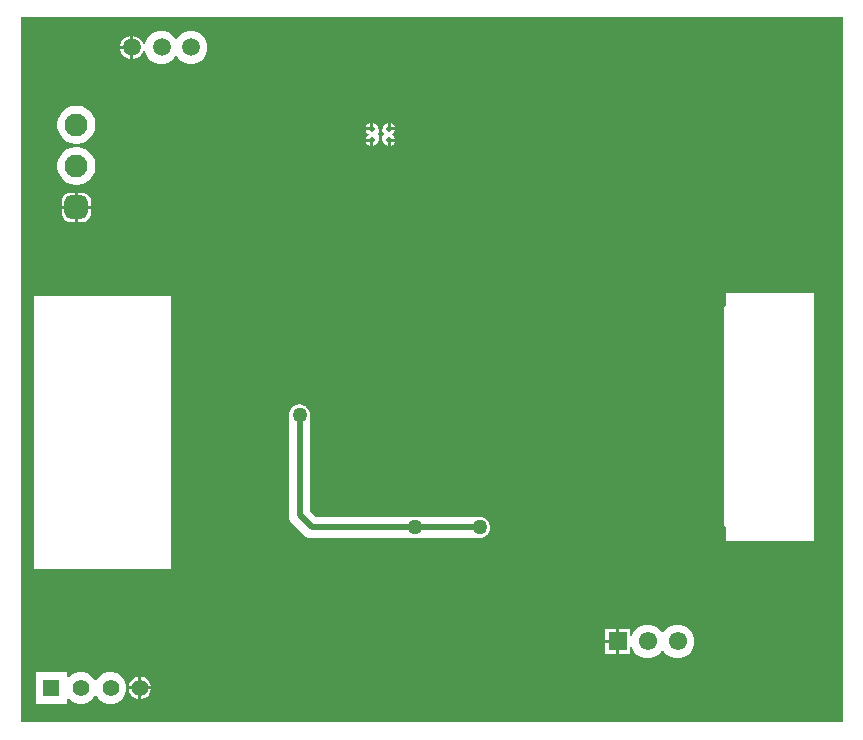
<source format=gbl>
%FSTAX23Y23*%
%MOIN*%
%SFA1B1*%

%IPPOS*%
%AMD61*
4,1,8,-0.038400,0.019200,-0.038400,-0.019200,-0.019200,-0.038400,0.019200,-0.038400,0.038400,-0.019200,0.038400,0.019200,0.019200,0.038400,-0.019200,0.038400,-0.038400,0.019200,0.0*
1,1,0.038380,-0.019200,0.019200*
1,1,0.038380,-0.019200,-0.019200*
1,1,0.038380,0.019200,-0.019200*
1,1,0.038380,0.019200,0.019200*
%
%ADD45C,0.055120*%
%ADD46R,0.055120X0.055120*%
%ADD48R,0.061020X0.061020*%
%ADD49C,0.061020*%
%ADD58C,0.020000*%
%ADD59C,0.059060*%
%ADD60C,0.076770*%
G04~CAMADD=61~8~0.0~0.0~767.7~767.7~191.9~0.0~15~0.0~0.0~0.0~0.0~0~0.0~0.0~0.0~0.0~0~0.0~0.0~0.0~90.0~768.0~768.0*
%ADD61D61*%
%ADD62C,0.050000*%
%ADD63C,0.019680*%
%ADD64C,0.020000*%
%LNmblps_transreceiver_pcb_2-1*%
%LPD*%
G36*
X0274Y0D02*
X0D01*
Y0235*
X0274*
Y0*
G37*
%LNmblps_transreceiver_pcb_2-2*%
%LPC*%
G36*
X00575Y02304D02*
X00561D01*
X00547Y023*
X00534Y02293*
X00524Y02283*
X00521Y02278*
X00516*
X00513Y02283*
X00503Y02293*
X00491Y023*
X00477Y02304*
X00462*
X00448Y023*
X00436Y02293*
X00426Y02283*
X00419Y02271*
X00416Y02262*
X0041Y02258*
X0041Y02259*
X00408Y02265*
X00403Y02274*
X00395Y02281*
X00386Y02286*
X00376Y02289*
X00376*
Y0225*
Y0221*
X00376*
X00386Y02213*
X00395Y02218*
X00403Y02225*
X00408Y02234*
X0041Y0224*
X0041Y02241*
X00416Y02237*
X00419Y02228*
X00426Y02216*
X00436Y02206*
X00448Y02199*
X00462Y02195*
X00477*
X00491Y02199*
X00503Y02206*
X00513Y02216*
X00516Y02221*
X00521*
X00524Y02216*
X00534Y02206*
X00547Y02199*
X00561Y02195*
X00575*
X00589Y02199*
X00601Y02206*
X00612Y02216*
X00619Y02228*
X00622Y02242*
Y02257*
X00619Y02271*
X00612Y02283*
X00601Y02293*
X00589Y023*
X00575Y02304*
G37*
G36*
X00366Y02289D02*
X00366D01*
X00356Y02286*
X00347Y02281*
X00339Y02274*
X00334Y02265*
X00332Y02255*
Y02255*
X00366*
Y02289*
G37*
G36*
Y02245D02*
X00332D01*
Y02244*
X00334Y02234*
X00339Y02225*
X00347Y02218*
X00356Y02213*
X00366Y0221*
X00366*
Y02245*
G37*
G36*
X01234Y01999D02*
Y01984D01*
X01248*
X01246Y0199*
X0124Y01996*
X01234Y01999*
G37*
G36*
X01165D02*
X01159Y01996D01*
X01153Y0199*
X01151Y01984*
X01165*
Y01999*
G37*
G36*
X01224D02*
X01218Y01996D01*
X01212Y0199*
X01209Y01983*
Y01982*
X01205Y01979*
X01205Y01979*
Y0196*
Y0194*
X01205Y0194*
X01209Y01937*
Y01936*
X01212Y01929*
X01218Y01923*
X01224Y0192*
Y0194*
X01229*
Y01945*
X01248*
X01246Y01951*
X0124Y01957*
X01239Y01957*
Y01962*
X0124Y01962*
X01246Y01968*
X01248Y01974*
X01229*
Y01979*
X01224*
Y01999*
G37*
G36*
X01175D02*
Y01979D01*
X0117*
Y01974*
X01151*
X01153Y01968*
X01159Y01962*
X0116Y01962*
Y01957*
X01159Y01957*
X01153Y01951*
X01151Y01945*
X0117*
Y0194*
X01175*
Y0192*
X01181Y01923*
X01187Y01929*
X0119Y01936*
Y01937*
X01194Y0194*
X01195Y0194*
Y0196*
Y01979*
X01194Y01979*
X0119Y01982*
Y01983*
X01187Y0199*
X01181Y01996*
X01175Y01999*
G37*
G36*
X00192Y02056D02*
X0018D01*
X00168Y02053*
X00156Y02048*
X00146Y02042*
X00137Y02033*
X0013Y02022*
X00125Y02011*
X00123Y01999*
Y01986*
X00125Y01974*
X0013Y01962*
X00137Y01952*
X00146Y01943*
X00156Y01936*
X00168Y01931*
X0018Y01929*
X00192*
X00204Y01931*
X00216Y01936*
X00226Y01943*
X00235Y01952*
X00242Y01962*
X00247Y01974*
X00249Y01986*
Y01999*
X00247Y02011*
X00242Y02022*
X00235Y02033*
X00226Y02042*
X00216Y02048*
X00204Y02053*
X00192Y02056*
G37*
G36*
X01248Y01935D02*
X01234D01*
Y0192*
X0124Y01923*
X01246Y01929*
X01248Y01935*
G37*
G36*
X01165D02*
X01151D01*
X01153Y01929*
X01159Y01923*
X01165Y0192*
Y01935*
G37*
G36*
X00192Y01918D02*
X0018D01*
X00168Y01915*
X00156Y01911*
X00146Y01904*
X00137Y01895*
X0013Y01885*
X00125Y01873*
X00123Y01861*
Y01848*
X00125Y01836*
X0013Y01824*
X00137Y01814*
X00146Y01805*
X00156Y01798*
X00168Y01794*
X0018Y01791*
X00192*
X00204Y01794*
X00216Y01798*
X00226Y01805*
X00235Y01814*
X00242Y01824*
X00247Y01836*
X00249Y01848*
Y01861*
X00247Y01873*
X00242Y01885*
X00235Y01895*
X00226Y01904*
X00216Y01911*
X00204Y01915*
X00192Y01918*
G37*
G36*
X00205Y01765D02*
X00191D01*
Y01722*
X00235*
Y01736*
X00234Y01744*
X00231Y01751*
X00226Y01757*
X0022Y01761*
X00213Y01764*
X00205Y01765*
G37*
G36*
X00181D02*
X00167D01*
X00159Y01764*
X00152Y01761*
X00146Y01757*
X00141Y01751*
X00138Y01744*
X00137Y01736*
Y01722*
X00181*
Y01765*
G37*
G36*
X00235Y01712D02*
X00191D01*
Y01668*
X00205*
X00213Y01669*
X0022Y01672*
X00226Y01677*
X00231Y01683*
X00234Y0169*
X00235Y01698*
Y01712*
G37*
G36*
X00181D02*
X00137D01*
Y01698*
X00138Y0169*
X00141Y01683*
X00146Y01677*
X00152Y01672*
X00159Y01669*
X00167Y01668*
X00181*
Y01712*
G37*
G36*
X0093Y0106D02*
X00927Y0106D01*
X00925*
X00923Y01059*
X0092Y01059*
X00918Y01058*
X00916Y01057*
X00914Y01056*
X00912Y01055*
X0091Y01054*
X00908Y01053*
X00906Y01051*
X00905Y01049*
X00903Y01048*
X00901Y01046*
X009Y01044*
X00899Y01042*
X00898Y0104*
X00897Y01038*
X00896Y01036*
X00895Y01034*
X00895Y01031*
X00895Y01029*
Y01027*
X00894Y01025*
Y0069*
X00895Y0068*
X00899Y00672*
X00905Y00665*
X00945Y00625*
X00952Y00619*
X0096Y00615*
X0097Y00614*
X0153*
X01532Y00615*
X01534*
X01536Y00615*
X01539Y00615*
X01541Y00616*
X01543Y00617*
X01545Y00618*
X01547Y00619*
X01549Y0062*
X01551Y00621*
X01553Y00623*
X01554Y00625*
X01556Y00626*
X01558Y00628*
X01559Y0063*
X0156Y00632*
X01561Y00634*
X01562Y00636*
X01563Y00638*
X01564Y0064*
X01564Y00643*
X01565Y00645*
Y00647*
X01565Y0065*
X01565Y00652*
Y00654*
X01564Y00656*
X01564Y00659*
X01563Y00661*
X01562Y00663*
X01561Y00665*
X0156Y00667*
X01559Y00669*
X01558Y00671*
X01556Y00673*
X01554Y00674*
X01553Y00676*
X01551Y00678*
X01549Y00679*
X01547Y0068*
X01545Y00681*
X01543Y00682*
X01541Y00683*
X01539Y00684*
X01536Y00684*
X01534Y00685*
X01532*
X0153Y00685*
X00984*
X00965Y00704*
Y01025*
X00965Y01027*
Y01029*
X00964Y01031*
X00964Y01034*
X00963Y01036*
X00962Y01038*
X00961Y0104*
X0096Y01042*
X00959Y01044*
X00958Y01046*
X00956Y01048*
X00954Y01049*
X00953Y01051*
X00951Y01053*
X00949Y01054*
X00947Y01055*
X00945Y01056*
X00943Y01057*
X00941Y01058*
X00939Y01059*
X00936Y01059*
X00934Y0106*
X00932*
X0093Y0106*
G37*
G36*
X02645Y0143D02*
X0235D01*
Y0139*
X02346Y01385*
X02344Y01375*
Y00666*
X02346Y00656*
X0235Y00651*
Y00605*
X02645*
Y0143*
G37*
G36*
X005Y0142D02*
X00045D01*
Y0051*
X005*
Y0142*
G37*
G36*
X02197Y00325D02*
X02182D01*
X02168Y00321*
X02155Y00314*
X02145Y00304*
X02142Y00298*
X02137*
X02134Y00304*
X02124Y00314*
X02111Y00321*
X02097Y00325*
X02082*
X02068Y00321*
X02055Y00314*
X02045Y00304*
X02038Y00291*
X02035Y00281*
X0203Y00281*
Y0031*
X01995*
Y0027*
Y00229*
X0203*
Y00258*
X02035Y00258*
X02038Y00248*
X02045Y00235*
X02055Y00225*
X02068Y00218*
X02082Y00214*
X02097*
X02111Y00218*
X02124Y00225*
X02134Y00235*
X02137Y00241*
X02142*
X02145Y00235*
X02155Y00225*
X02168Y00218*
X02182Y00214*
X02197*
X02211Y00218*
X02224Y00225*
X02234Y00235*
X02241Y00248*
X02245Y00262*
Y00277*
X02241Y00291*
X02234Y00304*
X02224Y00314*
X02211Y00321*
X02197Y00325*
G37*
G36*
X01985Y0031D02*
X01949D01*
Y00275*
X01985*
Y0031*
G37*
G36*
Y00265D02*
X01949D01*
Y00229*
X01985*
Y00265*
G37*
G36*
X00306Y00167D02*
X00293D01*
X00279Y00163*
X00267Y00157*
X00257Y00147*
X00253Y00139*
X00247*
X00243Y00147*
X00233Y00157*
X00221Y00163*
X00208Y00167*
X00194*
X00181Y00163*
X00169Y00157*
X0016Y00148*
X00155Y0015*
Y00167*
X0005*
Y00062*
X00155*
Y00079*
X0016Y00081*
X00169Y00072*
X00181Y00066*
X00194Y00062*
X00208*
X00221Y00066*
X00233Y00072*
X00243Y00082*
X00247Y0009*
X00253*
X00257Y00082*
X00267Y00072*
X00279Y00066*
X00293Y00062*
X00306*
X0032Y00066*
X00332Y00072*
X00342Y00082*
X00348Y00094*
X00352Y00108*
Y00121*
X00348Y00135*
X00342Y00147*
X00332Y00157*
X0032Y00163*
X00306Y00167*
G37*
G36*
X00403Y00152D02*
Y0012D01*
X00435*
X00433Y00129*
X00428Y00138*
X00421Y00145*
X00412Y0015*
X00403Y00152*
G37*
G36*
X00393D02*
X00383Y0015D01*
X00375Y00145*
X00368Y00138*
X00363Y00129*
X0036Y0012*
X00393*
Y00152*
G37*
G36*
X00435Y0011D02*
X00403D01*
Y00077*
X00412Y0008*
X00421Y00084*
X00428Y00091*
X00433Y001*
X00435Y0011*
G37*
G36*
X00393D02*
X0036D01*
X00363Y001*
X00368Y00091*
X00375Y00084*
X00383Y0008*
X00393Y00077*
Y0011*
G37*
%LNmblps_transreceiver_pcb_2-3*%
%LPD*%
G54D45*
X00398Y00115D03*
X003D03*
X00201D03*
G54D46*
X00103Y00115D03*
G54D48*
X0199Y0027D03*
G54D49*
X0209Y0027D03*
X0219D03*
G54D58*
X0093Y0069D02*
Y01025D01*
X0097Y0065D02*
X01315D01*
X0093Y0069D02*
X0097Y0065D01*
X01315D02*
X0153D01*
G54D59*
X00371Y0225D03*
X0047D03*
X00568D03*
G54D60*
X00186Y01855D03*
Y01992D03*
G54D61*
X00186Y01717D03*
G54D62*
X0093Y01025D03*
X01315Y0065D03*
X0153D03*
G54D63*
X0117Y0194D03*
Y01979D03*
X01229D03*
Y0194D03*
G54D64*
X012Y0196D03*
M02*
</source>
